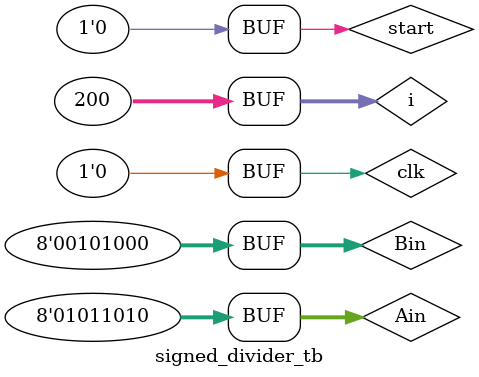
<source format=v>
`include "signed-divider.v"

module signed_divider_tb;

reg signed [7:0] Ain, Bin;
reg clk, start;
wire DivWait, writeResultSig;
wire signed [7:0] result;
wire signed [15:0] remainder;

signed_divider dut
(
    Ain,Bin,
    clk,start,
    DivWait,writeResultSig,
    result,
    remainder
);
defparam dut.WIDTH = 8;

initial
begin
    $dumpfile("./build/rtl-sim/vcd/signed-divider.vcd");
    $dumpvars;
end

integer i;
initial
begin
    clk = 0;
    start = 0;
    Ain = 90;
    Bin = 40;
    for (i = 0; i < 200; i = i + 1)
    begin
        if (i == 2)
            start = 1;
        else
            start = 0;
        
        #100;
        clk = !clk;
        #100;
        clk = !clk;
    end
end

endmodule

</source>
